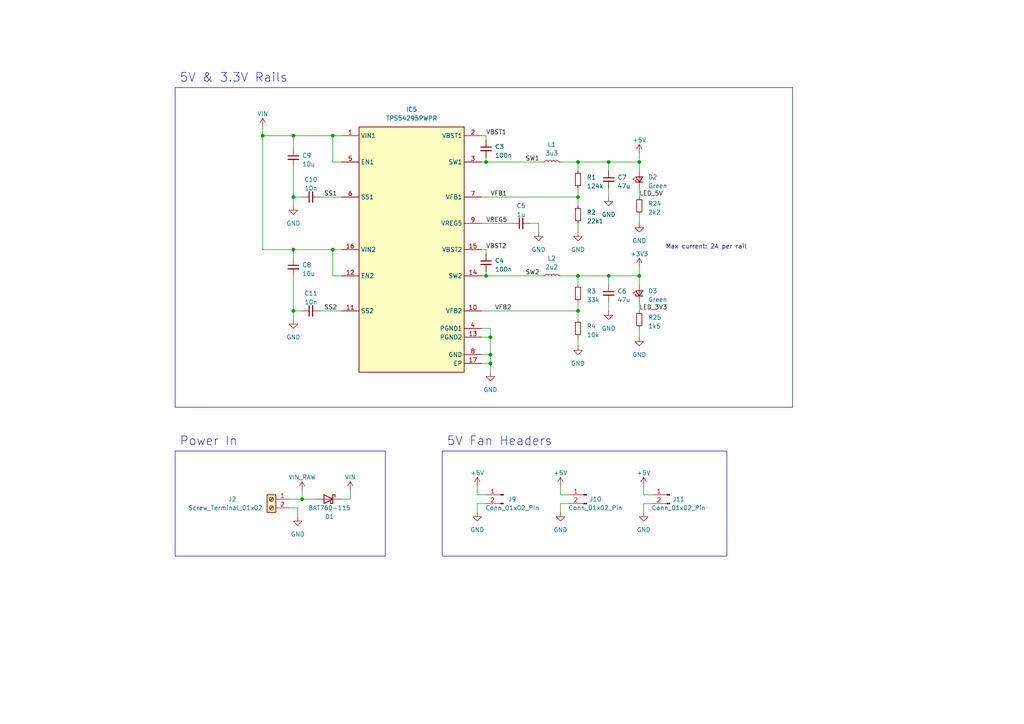
<source format=kicad_sch>
(kicad_sch (version 20230121) (generator eeschema)
  (paper "A4")
  (lib_symbols
    (symbol "Connector:Conn_01x02_Pin" (pin_names (offset 1.016) hide)
      (property "Reference" "J" (at 0 2.54 0))
      (property "Value" "Conn_01x02_Pin" (at 0 -5.08 0))
      (symbol "Conn_01x02_Pin_1_1"
        (polyline (pts (xy 1.27 -2.54) (xy 0.8636 -2.54)) (stroke (width 0.1524)))
        (polyline (pts (xy 1.27 0) (xy 0.8636 0)) (stroke (width 0.1524)))
        (rectangle (start 0.8636 -2.413) (end 0 -2.667) (stroke (width 0.1524)) (fill (type outline)))
        (rectangle (start 0.8636 0.127) (end 0 -0.127) (stroke (width 0.1524)) (fill (type outline)))
        (pin passive line (at 5.08 0 180) (length 3.81) (name "Pin_1") (number "1"))
        (pin passive line (at 5.08 -2.54 180) (length 3.81) (name "Pin_2") (number "2"))
      )
    )
    (symbol "Connector:Screw_Terminal_01x02" (pin_names (offset 1.016) hide)
      (property "Reference" "J" (at 0 2.54 0))
      (property "Value" "Screw_Terminal_01x02" (at 0 -5.08 0))
      (symbol "Screw_Terminal_01x02_1_1"
        (rectangle (start -1.27 1.27) (end 1.27 -3.81) (stroke (width 0.254)) (fill (type background)))
        (circle (center 0 -2.54) (radius 0.635) (stroke (width 0.1524)))
        (polyline (pts (xy -0.5334 -2.2098) (xy 0.3302 -3.048)) (stroke (width 0.1524)))
        (polyline (pts (xy -0.5334 0.3302) (xy 0.3302 -0.508)) (stroke (width 0.1524)))
        (polyline (pts (xy -0.3556 -2.032) (xy 0.508 -2.8702)) (stroke (width 0.1524)))
        (polyline (pts (xy -0.3556 0.508) (xy 0.508 -0.3302)) (stroke (width 0.1524)))
        (circle (center 0 0) (radius 0.635) (stroke (width 0.1524)))
        (pin passive line (at -5.08 0 0) (length 3.81) (name "Pin_1") (number "1"))
        (pin passive line (at -5.08 -2.54 0) (length 3.81) (name "Pin_2") (number "2"))
      )
    )
    (symbol "Device:C_Small" (pin_numbers hide) (pin_names (offset 0.254) hide)
      (property "Reference" "C" (at 0.254 1.778 0))
      (property "Value" "C_Small" (at 0.254 -2.032 0))
      (symbol "C_Small_0_1"
        (polyline (pts (xy -1.524 -0.508) (xy 1.524 -0.508)) (stroke (width 0.3302)))
        (polyline (pts (xy -1.524 0.508) (xy 1.524 0.508)) (stroke (width 0.3048)))
      )
      (symbol "C_Small_1_1"
        (pin passive line (at 0 2.54 270) (length 2.032) (name "~") (number "1"))
        (pin passive line (at 0 -2.54 90) (length 2.032) (name "~") (number "2"))
      )
    )
    (symbol "Device:D_Schottky" (pin_numbers hide) (pin_names (offset 1.016) hide)
      (property "Reference" "D" (at 0 2.54 0))
      (property "Value" "D_Schottky" (at 0 -2.54 0))
      (symbol "D_Schottky_0_1"
        (polyline (pts (xy 1.27 0) (xy -1.27 0)))
        (polyline (pts (xy 1.27 1.27) (xy 1.27 -1.27) (xy -1.27 0) (xy 1.27 1.27)) (stroke (width 0.254)))
        (polyline (pts (xy -1.905 0.635) (xy -1.905 1.27) (xy -1.27 1.27) (xy -1.27 -1.27) (xy -0.635 -1.27) (xy -0.635 -0.635)) (stroke (width 0.254)))
      )
      (symbol "D_Schottky_1_1"
        (pin passive line (at -3.81 0 0) (length 2.54) (name "K") (number "1"))
        (pin passive line (at 3.81 0 180) (length 2.54) (name "A") (number "2"))
      )
    )
    (symbol "Device:LED_Small" (pin_numbers hide) (pin_names (offset 0.254) hide)
      (property "Reference" "D" (at -1.27 3.175 0))
      (property "Value" "LED_Small" (at -4.445 -2.54 0))
      (symbol "LED_Small_0_1"
        (polyline (pts (xy -0.762 -1.016) (xy -0.762 1.016)) (stroke (width 0.254)))
        (polyline (pts (xy 1.016 0) (xy -0.762 0)))
        (polyline (pts (xy 0.762 -1.016) (xy -0.762 0) (xy 0.762 1.016) (xy 0.762 -1.016)) (stroke (width 0.254)))
        (polyline (pts (xy 0 0.762) (xy -0.508 1.27) (xy -0.254 1.27) (xy -0.508 1.27) (xy -0.508 1.016)))
        (polyline (pts (xy 0.508 1.27) (xy 0 1.778) (xy 0.254 1.778) (xy 0 1.778) (xy 0 1.524)))
      )
      (symbol "LED_Small_1_1"
        (pin passive line (at -2.54 0 0) (length 1.778) (name "K") (number "1"))
        (pin passive line (at 2.54 0 180) (length 1.778) (name "A") (number "2"))
      )
    )
    (symbol "Device:L_Small" (pin_numbers hide) (pin_names (offset 0.254) hide)
      (property "Reference" "L" (at 0.762 1.016 0))
      (property "Value" "L_Small" (at 0.762 -1.016 0))
      (symbol "L_Small_0_1"
        (arc (start 0 -2.032) (mid 0.5058 -1.524) (end 0 -1.016))
        (arc (start 0 -1.016) (mid 0.5058 -0.508) (end 0 0))
        (arc (start 0 0) (mid 0.5058 0.508) (end 0 1.016))
        (arc (start 0 1.016) (mid 0.5058 1.524) (end 0 2.032))
      )
      (symbol "L_Small_1_1"
        (pin passive line (at 0 2.54 270) (length 0.508) (name "~") (number "1"))
        (pin passive line (at 0 -2.54 90) (length 0.508) (name "~") (number "2"))
      )
    )
    (symbol "Device:R_Small" (pin_numbers hide) (pin_names (offset 0.254) hide)
      (property "Reference" "R" (at 0.762 0.508 0))
      (property "Value" "R_Small" (at 0.762 -1.016 0))
      (symbol "R_Small_0_1"
        (rectangle (start -0.762 1.778) (end 0.762 -1.778) (stroke (width 0.2032)))
      )
      (symbol "R_Small_1_1"
        (pin passive line (at 0 2.54 270) (length 0.762) (name "~") (number "1"))
        (pin passive line (at 0 -2.54 90) (length 0.762) (name "~") (number "2"))
      )
    )
    (symbol "MSL_Symbols:VIN_RAW" (power) (pin_names (offset 0))
      (property "Value" "VIN_RAW" (at 0 3.81 0))
      (symbol "VIN_RAW_0_1"
        (polyline (pts (xy -0.762 1.27) (xy 0 2.54)))
        (polyline (pts (xy 0 0) (xy 0 2.54)))
        (polyline (pts (xy 0 2.54) (xy 0.762 1.27)))
      )
      (symbol "VIN_RAW_1_1"
        (pin power_in line (at 0 0 90) (length 0) hide (name "VIN_RAW") (number "1"))
      )
    )
    (symbol "Personal Library:VIN" (power) (pin_names (offset 0))
      (property "Value" "VIN" (at 0 3.556 0))
      (symbol "VIN_0_1"
        (polyline (pts (xy -0.762 1.27) (xy 0 2.54)))
        (polyline (pts (xy 0 0) (xy 0 2.54)))
        (polyline (pts (xy 0 2.54) (xy 0.762 1.27)))
      )
      (symbol "VIN_1_1"
        (pin power_in line (at 0 0 90) (length 0) hide (name "VIN") (number "1"))
      )
    )
    (symbol "TPS54295PWPR:TPS54295PWPR"
      (property "Reference" "U" (at 0 26.67 0))
      (property "Value" "TPS54295PWPR" (at 0 24.13 0))
      (symbol "TPS54295PWPR_1_1"
        (rectangle (start -15.24 21.59) (end 15.24 -49.53) (stroke (width 0.254)) (fill (type background)))
        (pin passive line (at -20.32 19.05 0) (length 5.08) (name "VIN1") (number "1"))
        (pin passive line (at 20.32 -31.75 180) (length 5.08) (name "VFB2") (number "10"))
        (pin passive line (at -20.32 -31.75 0) (length 5.08) (name "SS2") (number "11"))
        (pin passive line (at -20.32 -21.59 0) (length 5.08) (name "EN2") (number "12"))
        (pin passive line (at 20.32 -39.37 180) (length 5.08) (name "PGND2") (number "13"))
        (pin passive line (at 20.32 -21.59 180) (length 5.08) (name "SW2") (number "14"))
        (pin passive line (at 20.32 -13.97 180) (length 5.08) (name "VBST2") (number "15"))
        (pin passive line (at -20.32 -13.97 0) (length 5.08) (name "VIN2") (number "16"))
        (pin passive line (at 20.32 -46.99 180) (length 5.08) (name "EP") (number "17"))
        (pin passive line (at 20.32 19.05 180) (length 5.08) (name "VBST1") (number "2"))
        (pin passive line (at 20.32 11.43 180) (length 5.08) (name "SW1") (number "3"))
        (pin passive line (at 20.32 -36.83 180) (length 5.08) (name "PGND1") (number "4"))
        (pin passive line (at -20.32 11.43 0) (length 5.08) (name "EN1") (number "5"))
        (pin passive line (at -20.32 1.27 0) (length 5.08) (name "SS1") (number "6"))
        (pin passive line (at 20.32 1.27 180) (length 5.08) (name "VFB1") (number "7"))
        (pin passive line (at 20.32 -44.45 180) (length 5.08) (name "GND") (number "8"))
        (pin passive line (at 20.32 -6.35 180) (length 5.08) (name "VREG5") (number "9"))
      )
    )
    (symbol "power:+3V3" (power) (pin_names (offset 0))
      (property "Value" "+3V3" (at 0 3.556 0))
      (symbol "+3V3_0_1"
        (polyline (pts (xy -0.762 1.27) (xy 0 2.54)))
        (polyline (pts (xy 0 0) (xy 0 2.54)))
        (polyline (pts (xy 0 2.54) (xy 0.762 1.27)))
      )
      (symbol "+3V3_1_1"
        (pin power_in line (at 0 0 90) (length 0) hide (name "+3V3") (number "1"))
      )
    )
    (symbol "power:+5V" (power) (pin_names (offset 0))
      (property "Value" "+5V" (at 0 3.556 0))
      (symbol "+5V_0_1"
        (polyline (pts (xy -0.762 1.27) (xy 0 2.54)))
        (polyline (pts (xy 0 0) (xy 0 2.54)))
        (polyline (pts (xy 0 2.54) (xy 0.762 1.27)))
      )
      (symbol "+5V_1_1"
        (pin power_in line (at 0 0 90) (length 0) hide (name "+5V") (number "1"))
      )
    )
    (symbol "power:GND" (power) (pin_names (offset 0))
      (property "Value" "GND" (at 0 -3.81 0))
      (symbol "GND_0_1"
        (polyline (pts (xy 0 0) (xy 0 -1.27) (xy 1.27 -1.27) (xy 0 -2.54) (xy -1.27 -1.27) (xy 0 -1.27)))
      )
      (symbol "GND_1_1"
        (pin power_in line (at 0 0 270) (length 0) hide (name "GND") (number "1"))
      )
    )
  )
  (junction (at 96.52 39.37))
  (junction (at 76.2 39.37))
  (junction (at 176.53 46.99))
  (junction (at 185.42 46.99))
  (junction (at 142.24 105.41))
  (junction (at 85.09 57.15))
  (junction (at 96.52 72.39))
  (junction (at 142.24 102.87))
  (junction (at 87.63 144.78))
  (junction (at 167.64 46.99))
  (junction (at 85.09 72.39))
  (junction (at 85.09 39.37))
  (junction (at 167.64 57.15))
  (junction (at 185.42 80.01))
  (junction (at 167.64 80.01))
  (junction (at 176.53 80.01))
  (junction (at 167.64 90.17))
  (junction (at 142.24 97.79))
  (junction (at 140.97 80.01))
  (junction (at 140.97 46.99))
  (junction (at 85.09 90.17))
  (wire (pts (xy 96.52 39.37) (xy 99.06 39.37)))
  (wire (pts (xy 142.24 97.79) (xy 139.7 97.79)))
  (wire (pts (xy 140.97 143.51) (xy 138.43 143.51)))
  (wire (pts (xy 85.09 92.71) (xy 85.09 90.17)))
  (wire (pts (xy 189.23 143.51) (xy 186.69 143.51)))
  (polyline (pts (xy 111.76 161.29) (xy 50.8 161.29)))
  (polyline (pts (xy 50.8 25.4) (xy 50.8 118.11)))
  (wire (pts (xy 186.69 143.51) (xy 186.69 140.97)))
  (wire (pts (xy 185.42 97.79) (xy 185.42 95.25)))
  (wire (pts (xy 140.97 39.37) (xy 139.7 39.37)))
  (wire (pts (xy 162.56 80.01) (xy 167.64 80.01)))
  (wire (pts (xy 142.24 107.95) (xy 142.24 105.41)))
  (wire (pts (xy 142.24 102.87) (xy 139.7 102.87)))
  (wire (pts (xy 142.24 105.41) (xy 139.7 105.41)))
  (wire (pts (xy 85.09 39.37) (xy 96.52 39.37)))
  (wire (pts (xy 85.09 90.17) (xy 85.09 80.01)))
  (wire (pts (xy 87.63 144.78) (xy 91.44 144.78)))
  (wire (pts (xy 85.09 39.37) (xy 85.09 43.18)))
  (wire (pts (xy 185.42 80.01) (xy 185.42 77.47)))
  (wire (pts (xy 153.67 64.77) (xy 156.21 64.77)))
  (wire (pts (xy 83.82 144.78) (xy 87.63 144.78)))
  (wire (pts (xy 140.97 46.99) (xy 157.48 46.99)))
  (wire (pts (xy 185.42 54.61) (xy 185.42 57.15)))
  (polyline (pts (xy 50.8 25.4) (xy 229.87 25.4)))
  (polyline (pts (xy 229.87 118.11) (xy 50.8 118.11)))
  (wire (pts (xy 139.7 46.99) (xy 140.97 46.99)))
  (wire (pts (xy 185.42 80.01) (xy 176.53 80.01)))
  (wire (pts (xy 142.24 97.79) (xy 142.24 102.87)))
  (wire (pts (xy 139.7 57.15) (xy 167.64 57.15)))
  (wire (pts (xy 167.64 80.01) (xy 167.64 82.55)))
  (wire (pts (xy 76.2 36.83) (xy 76.2 39.37)))
  (wire (pts (xy 99.06 80.01) (xy 96.52 80.01)))
  (wire (pts (xy 139.7 90.17) (xy 167.64 90.17)))
  (wire (pts (xy 92.71 90.17) (xy 99.06 90.17)))
  (wire (pts (xy 156.21 67.31) (xy 156.21 64.77)))
  (wire (pts (xy 176.53 57.15) (xy 176.53 54.61)))
  (wire (pts (xy 140.97 72.39) (xy 140.97 73.66)))
  (wire (pts (xy 85.09 57.15) (xy 85.09 48.26)))
  (wire (pts (xy 162.56 46.99) (xy 167.64 46.99)))
  (polyline (pts (xy 50.8 130.81) (xy 50.8 161.29)))
  (wire (pts (xy 185.42 46.99) (xy 176.53 46.99)))
  (wire (pts (xy 85.09 72.39) (xy 96.52 72.39)))
  (wire (pts (xy 139.7 64.77) (xy 148.59 64.77)))
  (wire (pts (xy 96.52 80.01) (xy 96.52 72.39)))
  (wire (pts (xy 85.09 90.17) (xy 87.63 90.17)))
  (wire (pts (xy 167.64 57.15) (xy 167.64 59.69)))
  (wire (pts (xy 86.36 149.86) (xy 86.36 147.32)))
  (wire (pts (xy 101.6 142.24) (xy 101.6 144.78)))
  (wire (pts (xy 140.97 40.64) (xy 140.97 39.37)))
  (wire (pts (xy 167.64 87.63) (xy 167.64 90.17)))
  (wire (pts (xy 76.2 72.39) (xy 85.09 72.39)))
  (wire (pts (xy 86.36 147.32) (xy 83.82 147.32)))
  (wire (pts (xy 87.63 142.24) (xy 87.63 144.78)))
  (wire (pts (xy 138.43 143.51) (xy 138.43 140.97)))
  (polyline (pts (xy 229.87 25.4) (xy 229.87 118.11)))
  (wire (pts (xy 167.64 100.33) (xy 167.64 97.79)))
  (wire (pts (xy 176.53 82.55) (xy 176.53 80.01)))
  (wire (pts (xy 142.24 95.25) (xy 139.7 95.25)))
  (wire (pts (xy 189.23 146.05) (xy 186.69 146.05)))
  (wire (pts (xy 76.2 39.37) (xy 85.09 39.37)))
  (wire (pts (xy 140.97 45.72) (xy 140.97 46.99)))
  (wire (pts (xy 162.56 148.59) (xy 162.56 146.05)))
  (wire (pts (xy 142.24 97.79) (xy 142.24 95.25)))
  (wire (pts (xy 185.42 46.99) (xy 185.42 49.53)))
  (wire (pts (xy 167.64 57.15) (xy 167.64 54.61)))
  (wire (pts (xy 167.64 67.31) (xy 167.64 64.77)))
  (wire (pts (xy 176.53 46.99) (xy 167.64 46.99)))
  (wire (pts (xy 176.53 90.17) (xy 176.53 87.63)))
  (wire (pts (xy 96.52 46.99) (xy 96.52 39.37)))
  (wire (pts (xy 162.56 143.51) (xy 162.56 140.97)))
  (wire (pts (xy 167.64 46.99) (xy 167.64 49.53)))
  (wire (pts (xy 185.42 80.01) (xy 185.42 82.55)))
  (wire (pts (xy 139.7 72.39) (xy 140.97 72.39)))
  (wire (pts (xy 96.52 72.39) (xy 99.06 72.39)))
  (wire (pts (xy 140.97 146.05) (xy 138.43 146.05)))
  (wire (pts (xy 165.1 143.51) (xy 162.56 143.51)))
  (wire (pts (xy 140.97 80.01) (xy 157.48 80.01)))
  (wire (pts (xy 165.1 146.05) (xy 162.56 146.05)))
  (wire (pts (xy 176.53 80.01) (xy 167.64 80.01)))
  (wire (pts (xy 186.69 148.59) (xy 186.69 146.05)))
  (wire (pts (xy 76.2 39.37) (xy 76.2 72.39)))
  (wire (pts (xy 101.6 144.78) (xy 99.06 144.78)))
  (wire (pts (xy 139.7 80.01) (xy 140.97 80.01)))
  (wire (pts (xy 167.64 90.17) (xy 167.64 92.71)))
  (wire (pts (xy 142.24 105.41) (xy 142.24 102.87)))
  (wire (pts (xy 85.09 59.69) (xy 85.09 57.15)))
  (polyline (pts (xy 111.76 130.81) (xy 111.76 161.29)))
  (wire (pts (xy 185.42 64.77) (xy 185.42 62.23)))
  (polyline (pts (xy 50.8 130.81) (xy 111.76 130.81)))
  (wire (pts (xy 85.09 72.39) (xy 85.09 74.93)))
  (wire (pts (xy 140.97 78.74) (xy 140.97 80.01)))
  (wire (pts (xy 176.53 46.99) (xy 176.53 49.53)))
  (wire (pts (xy 99.06 46.99) (xy 96.52 46.99)))
  (wire (pts (xy 185.42 46.99) (xy 185.42 44.45)))
  (wire (pts (xy 138.43 148.59) (xy 138.43 146.05)))
  (wire (pts (xy 85.09 57.15) (xy 87.63 57.15)))
  (wire (pts (xy 92.71 57.15) (xy 99.06 57.15)))
  (wire (pts (xy 185.42 87.63) (xy 185.42 90.17)))
  (rectangle (start 128.27 130.81) (end 210.82 161.29))
  (text "Max current: 2A per rail" (at 193.04 72.39 0) (effects (font (size 1.27 1.27)) (justify left bottom)))
  (text "5V Fan Headers" (at 129.54 129.54 0) (effects (font (size 2.54 2.54)) (justify left bottom)))
  (text "Power In" (at 52.07 129.54 0) (effects (font (size 2.54 2.54)) (justify left bottom)))
  (text "5V & 3.3V Rails" (at 52.07 24.13 0) (effects (font (size 2.54 2.54)) (justify left bottom)))
  (label "LED_5V" (at 185.42 57.15 0))
  (label "VFB2" (at 143.51 90.17 0))
  (label "SS1" (at 93.98 57.15 0))
  (label "VBST2" (at 140.97 72.39 0))
  (label "LED_3V3" (at 185.42 90.17 0))
  (label "SS2" (at 93.98 90.17 0))
  (label "SW1" (at 152.4 46.99 0))
  (label "VBST1" (at 140.97 39.37 0))
  (label "VFB1" (at 142.24 57.15 0))
  (label "VREG5" (at 140.97 64.77 0))
  (label "SW2" (at 152.4 80.01 0))
  (symbol (lib_id "Device:C_Small") (at 176.53 85.09 0) (unit 1)
    (property "Reference" "C6" (at 179.07 84.4613 0) (effects (justify left)))
    (property "Value" "47u" (at 179.07 87.0013 0) (effects (justify left)))
    (property "Footprint" "Capacitor_SMD:C_0805_2012Metric" (effects hide))
    (instances (project "DE10-lite_shield" (path "" (reference "C6") (unit 1)) (path "" (reference "C11") (unit 1))) (project "Motor Driver Board" (path "" (reference "C11") (unit 1))) (project "Power Board" (path "" (reference "C19") (unit 1))))
  )
  (symbol (lib_id "Device:L_Small") (at 160.02 80.01 90) (unit 1)
    (property "Reference" "L2" (at 160.02 74.93 90))
    (property "Value" "2u2" (at 160.02 77.47 90))
    (property "Footprint" "MSL Footprints:29222C" (effects hide))
  )
  (symbol (lib_id "Personal Library:VIN") (at 101.6 142.24 0) (unit 1)
    (property "Reference" "#PWR077" (effects hide))
    (property "Value" "VIN" (at 101.6 138.43 0))
  )
  (symbol (lib_id "power:+5V") (at 162.56 140.97 0) (mirror y) (unit 1)
    (property "Reference" "#PWR026" (effects hide))
    (property "Value" "+5V" (at 162.56 137.16 0))
    (instances (project "DE10-lite_shield" (path "" (reference "#PWR026") (unit 1)) (path "" (reference "#PWR033") (unit 1))) (project "Motor Driver Board" (path "" (reference "#PWR098") (unit 1))) (project "Power Board" (path "" (reference "#PWR034") (unit 1))))
  )
  (symbol (lib_id "Device:LED_Small") (at 185.42 52.07 90) (unit 1)
    (property "Reference" "D2" (at 187.96 51.3715 90) (effects (justify right)))
    (property "Value" "Green" (at 187.96 53.9115 90) (effects (justify right)))
    (property "Footprint" "LED_SMD:LED_0603_1608Metric" (effects hide))
    (instances (project "DE10-lite_shield" (path "" (reference "D2") (unit 1)) (path "" (reference "D2") (unit 1))) (project "Motor Driver Board" (path "" (reference "D2") (unit 1))) (project "Power Board" (path "" (reference "D1") (unit 1))))
  )
  (symbol (lib_id "power:GND") (at 185.42 64.77 0) (unit 1)
    (property "Reference" "#PWR070" (effects hide))
    (property "Value" "GND" (at 185.42 69.85 0))
    (instances (project "DE10-lite_shield" (path "" (reference "#PWR070") (unit 1)) (path "" (reference "#PWR034") (unit 1))) (project "Motor Driver Board" (path "" (reference "#PWR043") (unit 1))) (project "Power Board" (path "" (reference "#PWR035") (unit 1))))
  )
  (symbol (lib_id "power:GND") (at 85.09 59.69 0) (unit 1)
    (property "Reference" "#PWR033" (effects hide))
    (property "Value" "GND" (at 85.09 64.77 0))
    (instances (project "DE10-lite_shield" (path "" (reference "#PWR033") (unit 1)) (path "" (reference "#PWR025") (unit 1))) (project "Motor Driver Board" (path "" (reference "#PWR034") (unit 1))) (project "Power Board" (path "" (reference "#PWR021") (unit 1))))
  )
  (symbol (lib_id "power:GND") (at 185.42 97.79 0) (unit 1)
    (property "Reference" "#PWR072" (effects hide))
    (property "Value" "GND" (at 185.42 102.87 0))
    (instances (project "DE10-lite_shield" (path "" (reference "#PWR072") (unit 1)) (path "" (reference "#PWR072") (unit 1))) (project "Motor Driver Board" (path "" (reference "#PWR045") (unit 1))) (project "Power Board" (path "" (reference "#PWR037") (unit 1))))
  )
  (symbol (lib_id "power:GND") (at 167.64 67.31 0) (unit 1)
    (property "Reference" "#PWR029" (effects hide))
    (property "Value" "GND" (at 167.64 72.39 0))
    (instances (project "DE10-lite_shield" (path "" (reference "#PWR029") (unit 1)) (path "" (reference "#PWR029") (unit 1))) (project "Motor Driver Board" (path "" (reference "#PWR038") (unit 1))) (project "Power Board" (path "" (reference "#PWR029") (unit 1))))
  )
  (symbol (lib_id "power:+3V3") (at 185.42 77.47 0) (unit 1)
    (property "Reference" "#PWR027" (effects hide))
    (property "Value" "+3V3" (at 185.42 73.66 0))
    (instances (project "DE10-lite_shield" (path "" (reference "#PWR027") (unit 1)) (path "" (reference "#PWR070") (unit 1))) (project "Motor Driver Board" (path "" (reference "#PWR044") (unit 1))) (project "Power Board" (path "" (reference "#PWR036") (unit 1))))
  )
  (symbol (lib_id "power:GND") (at 162.56 148.59 0) (mirror y) (unit 1)
    (property "Reference" "#PWR072" (effects hide))
    (property "Value" "GND" (at 162.56 153.67 0))
    (instances (project "DE10-lite_shield" (path "" (reference "#PWR072") (unit 1)) (path "" (reference "#PWR072") (unit 1))) (project "Motor Driver Board" (path "" (reference "#PWR099") (unit 1))) (project "Power Board" (path "" (reference "#PWR037") (unit 1))))
  )
  (symbol (lib_id "Connector:Conn_01x02_Pin") (at 194.31 143.51 0) (mirror y) (unit 1)
    (property "Reference" "J11" (at 196.85 144.78 0))
    (property "Value" "Conn_01x02_Pin" (at 196.85 147.32 0))
    (property "Footprint" "Connector_PinHeader_2.54mm:PinHeader_1x02_P2.54mm_Vertical" (effects hide))
  )
  (symbol (lib_id "Personal Library:VIN") (at 76.2 36.83 0) (unit 1)
    (property "Reference" "#PWR033" (effects hide))
    (property "Value" "VIN" (at 76.2 33.02 0))
  )
  (symbol (lib_id "Device:L_Small") (at 160.02 46.99 90) (unit 1)
    (property "Reference" "L1" (at 160.02 41.91 90))
    (property "Value" "3u3" (at 160.02 44.45 90))
    (property "Footprint" "MSL Footprints:29332C" (effects hide))
  )
  (symbol (lib_id "Device:D_Schottky") (at 95.25 144.78 0) (mirror y) (unit 1)
    (property "Reference" "D1" (at 95.5675 149.86 0))
    (property "Value" "BAT760-115" (at 95.5675 147.32 0))
    (property "Footprint" "Diode_SMD:D_SOD-323" (effects hide))
    (instances (project "DE10-lite_shield" (path "" (reference "D1") (unit 1)) (path "" (reference "D1") (unit 1)) (path "" (reference "D1") (unit 1)) (path "" (reference "D6") (unit 1))) (project "Motor Driver Board" (path "" (reference "D1") (unit 1)) (path "" (reference "D4") (unit 1))) (project "Power Board" (path "" (reference "D3") (unit 1))))
  )
  (symbol (lib_id "power:GND") (at 142.24 107.95 0) (unit 1)
    (property "Reference" "#PWR010" (effects hide))
    (property "Value" "GND" (at 142.24 113.03 0))
    (instances (project "DE10-lite_shield" (path "" (reference "#PWR010") (unit 1)) (path "" (reference "#PWR027") (unit 1))) (project "Motor Driver Board" (path "" (reference "#PWR036") (unit 1))) (project "Power Board" (path "" (reference "#PWR026") (unit 1))))
  )
  (symbol (lib_id "Device:C_Small") (at 85.09 45.72 0) (unit 1)
    (property "Reference" "C9" (at 87.63 45.0913 0) (effects (justify left)))
    (property "Value" "10u" (at 87.63 47.6313 0) (effects (justify left)))
    (property "Footprint" "Capacitor_SMD:C_0603_1608Metric" (effects hide))
    (instances (project "DE10-lite_shield" (path "" (reference "C9") (unit 1)) (path "" (reference "C3") (unit 1))) (project "Motor Driver Board" (path "" (reference "C3") (unit 1))) (project "Power Board" (path "" (reference "C6") (unit 1))))
  )
  (symbol (lib_id "Device:R_Small") (at 185.42 92.71 0) (unit 1)
    (property "Reference" "R25" (at 187.96 92.075 0) (effects (justify left)))
    (property "Value" "1k5" (at 187.96 94.615 0) (effects (justify left)))
    (property "Footprint" "Resistor_SMD:R_0402_1005Metric" (effects hide))
    (instances (project "DE10-lite_shield" (path "" (reference "R25") (unit 1)) (path "" (reference "R25") (unit 1))) (project "Motor Driver Board" (path "" (reference "R16") (unit 1))) (project "Power Board" (path "" (reference "R20") (unit 1))))
  )
  (symbol (lib_id "power:GND") (at 176.53 90.17 0) (unit 1)
    (property "Reference" "#PWR032" (effects hide))
    (property "Value" "GND" (at 176.53 95.25 0))
    (instances (project "DE10-lite_shield" (path "" (reference "#PWR032") (unit 1)) (path "" (reference "#PWR032") (unit 1))) (project "Motor Driver Board" (path "" (reference "#PWR041") (unit 1))) (project "Power Board" (path "" (reference "#PWR032") (unit 1))))
  )
  (symbol (lib_id "power:+5V") (at 186.69 140.97 0) (mirror y) (unit 1)
    (property "Reference" "#PWR026" (effects hide))
    (property "Value" "+5V" (at 186.69 137.16 0))
    (instances (project "DE10-lite_shield" (path "" (reference "#PWR026") (unit 1)) (path "" (reference "#PWR033") (unit 1))) (project "Motor Driver Board" (path "" (reference "#PWR0100") (unit 1))) (project "Power Board" (path "" (reference "#PWR034") (unit 1))))
  )
  (symbol (lib_id "Device:C_Small") (at 176.53 52.07 0) (unit 1)
    (property "Reference" "C7" (at 179.07 51.4413 0) (effects (justify left)))
    (property "Value" "47u" (at 179.07 53.9813 0) (effects (justify left)))
    (property "Footprint" "Capacitor_SMD:C_0805_2012Metric" (effects hide))
    (instances (project "DE10-lite_shield" (path "" (reference "C7") (unit 1)) (path "" (reference "C10") (unit 1))) (project "Motor Driver Board" (path "" (reference "C10") (unit 1))) (project "Power Board" (path "" (reference "C18") (unit 1))))
  )
  (symbol (lib_id "power:+5V") (at 185.42 44.45 0) (unit 1)
    (property "Reference" "#PWR026" (effects hide))
    (property "Value" "+5V" (at 185.42 40.64 0))
    (instances (project "DE10-lite_shield" (path "" (reference "#PWR026") (unit 1)) (path "" (reference "#PWR033") (unit 1))) (project "Motor Driver Board" (path "" (reference "#PWR042") (unit 1))) (project "Power Board" (path "" (reference "#PWR034") (unit 1))))
  )
  (symbol (lib_id "Connector:Conn_01x02_Pin") (at 170.18 143.51 0) (mirror y) (unit 1)
    (property "Reference" "J10" (at 172.72 144.78 0))
    (property "Value" "Conn_01x02_Pin" (at 172.72 147.32 0))
    (property "Footprint" "Connector_PinHeader_2.54mm:PinHeader_1x02_P2.54mm_Vertical" (effects hide))
  )
  (symbol (lib_id "Device:C_Small") (at 140.97 76.2 0) (unit 1)
    (property "Reference" "C4" (at 143.51 75.5713 0) (effects (justify left)))
    (property "Value" "100n" (at 143.51 78.1113 0) (effects (justify left)))
    (property "Footprint" "Capacitor_SMD:C_0402_1005Metric" (effects hide))
    (instances (project "DE10-lite_shield" (path "" (reference "C4") (unit 1)) (path "" (reference "C8") (unit 1))) (project "Motor Driver Board" (path "" (reference "C8") (unit 1))) (project "Power Board" (path "" (reference "C14") (unit 1))))
  )
  (symbol (lib_id "power:GND") (at 186.69 148.59 0) (mirror y) (unit 1)
    (property "Reference" "#PWR072" (effects hide))
    (property "Value" "GND" (at 186.69 153.67 0))
    (instances (project "DE10-lite_shield" (path "" (reference "#PWR072") (unit 1)) (path "" (reference "#PWR072") (unit 1))) (project "Motor Driver Board" (path "" (reference "#PWR0101") (unit 1))) (project "Power Board" (path "" (reference "#PWR037") (unit 1))))
  )
  (symbol (lib_id "Device:R_Small") (at 167.64 52.07 0) (unit 1)
    (property "Reference" "R1" (at 170.18 51.435 0) (effects (justify left)))
    (property "Value" "124k" (at 170.18 53.975 0) (effects (justify left)))
    (property "Footprint" "Resistor_SMD:R_0402_1005Metric" (effects hide))
    (instances (project "DE10-lite_shield" (path "" (reference "R1") (unit 1)) (path "" (reference "R1") (unit 1))) (project "Motor Driver Board" (path "" (reference "R11") (unit 1))) (project "Power Board" (path "" (reference "R15") (unit 1))))
  )
  (symbol (lib_id "MSL_Symbols:VIN_RAW") (at 87.63 142.24 0) (unit 1)
    (property "Reference" "#PWR078" (effects hide))
    (property "Value" "VIN_RAW" (at 87.63 138.43 0))
  )
  (symbol (lib_id "power:GND") (at 176.53 57.15 0) (unit 1)
    (property "Reference" "#PWR031" (effects hide))
    (property "Value" "GND" (at 176.53 62.23 0))
    (instances (project "DE10-lite_shield" (path "" (reference "#PWR031") (unit 1)) (path "" (reference "#PWR031") (unit 1))) (project "Motor Driver Board" (path "" (reference "#PWR040") (unit 1))) (project "Power Board" (path "" (reference "#PWR031") (unit 1))))
  )
  (symbol (lib_id "Device:C_Small") (at 90.17 57.15 90) (unit 1)
    (property "Reference" "C10" (at 90.1763 52.07 90))
    (property "Value" "10n" (at 90.1763 54.61 90))
    (property "Footprint" "Capacitor_SMD:C_0402_1005Metric" (effects hide))
    (instances (project "DE10-lite_shield" (path "" (reference "C10") (unit 1)) (path "" (reference "C5") (unit 1))) (project "Motor Driver Board" (path "" (reference "C5") (unit 1))) (project "Power Board" (path "" (reference "C8") (unit 1))))
  )
  (symbol (lib_id "Device:LED_Small") (at 185.42 85.09 90) (unit 1)
    (property "Reference" "D3" (at 187.96 84.3915 90) (effects (justify right)))
    (property "Value" "Green" (at 187.96 86.9315 90) (effects (justify right)))
    (property "Footprint" "LED_SMD:LED_0603_1608Metric" (effects hide))
    (instances (project "DE10-lite_shield" (path "" (reference "D3") (unit 1)) (path "" (reference "D3") (unit 1))) (project "Motor Driver Board" (path "" (reference "D3") (unit 1))) (project "Power Board" (path "" (reference "D2") (unit 1))))
  )
  (symbol (lib_id "power:GND") (at 167.64 100.33 0) (unit 1)
    (property "Reference" "#PWR030" (effects hide))
    (property "Value" "GND" (at 167.64 105.41 0))
    (instances (project "DE10-lite_shield" (path "" (reference "#PWR030") (unit 1)) (path "" (reference "#PWR030") (unit 1))) (project "Motor Driver Board" (path "" (reference "#PWR039") (unit 1))) (project "Power Board" (path "" (reference "#PWR030") (unit 1))))
  )
  (symbol (lib_id "Device:R_Small") (at 167.64 85.09 0) (unit 1)
    (property "Reference" "R3" (at 170.18 84.455 0) (effects (justify left)))
    (property "Value" "33k" (at 170.18 86.995 0) (effects (justify left)))
    (property "Footprint" "Resistor_SMD:R_0402_1005Metric" (effects hide))
    (instances (project "DE10-lite_shield" (path "" (reference "R3") (unit 1)) (path "" (reference "R3") (unit 1))) (project "Motor Driver Board" (path "" (reference "R13") (unit 1))) (project "Power Board" (path "" (reference "R17") (unit 1))))
  )
  (symbol (lib_id "Device:R_Small") (at 167.64 95.25 0) (unit 1)
    (property "Reference" "R4" (at 170.18 94.615 0) (effects (justify left)))
    (property "Value" "10k" (at 170.18 97.155 0) (effects (justify left)))
    (property "Footprint" "Resistor_SMD:R_0402_1005Metric" (effects hide))
    (instances (project "DE10-lite_shield" (path "" (reference "R4") (unit 1)) (path "" (reference "R4") (unit 1))) (project "Motor Driver Board" (path "" (reference "R14") (unit 1))) (project "Power Board" (path "" (reference "R18") (unit 1))))
  )
  (symbol (lib_id "Device:C_Small") (at 140.97 43.18 0) (unit 1)
    (property "Reference" "C3" (at 143.51 42.5513 0) (effects (justify left)))
    (property "Value" "100n" (at 143.51 45.0913 0) (effects (justify left)))
    (property "Footprint" "Capacitor_SMD:C_0402_1005Metric" (effects hide))
    (instances (project "DE10-lite_shield" (path "" (reference "C3") (unit 1)) (path "" (reference "C7") (unit 1))) (project "Motor Driver Board" (path "" (reference "C7") (unit 1))) (project "Power Board" (path "" (reference "C13") (unit 1))))
  )
  (symbol (lib_id "Device:C_Small") (at 85.09 77.47 0) (unit 1)
    (property "Reference" "C8" (at 87.63 76.8413 0) (effects (justify left)))
    (property "Value" "10u" (at 87.63 79.3813 0) (effects (justify left)))
    (property "Footprint" "Capacitor_SMD:C_0603_1608Metric" (effects hide))
    (instances (project "DE10-lite_shield" (path "" (reference "C8") (unit 1)) (path "" (reference "C4") (unit 1))) (project "Motor Driver Board" (path "" (reference "C4") (unit 1))) (project "Power Board" (path "" (reference "C7") (unit 1))))
  )
  (symbol (lib_id "Connector:Screw_Terminal_01x02") (at 78.74 144.78 0) (mirror y) (unit 1)
    (property "Reference" "J2" (at 68.58 144.78 0) (effects (justify left)))
    (property "Value" "Screw_Terminal_01x02" (at 76.2 147.32 0) (effects (justify left)))
    (property "Footprint" "TerminalBlock:TerminalBlock_bornier-2_P5.08mm" (effects hide))
    (instances (project "Motor Driver Board" (path "" (reference "J2") (unit 1)) (path "" (reference "J8") (unit 1))) (project "Power Board" (path "" (reference "J5") (unit 1))))
  )
  (symbol (lib_id "Device:R_Small") (at 185.42 59.69 0) (unit 1)
    (property "Reference" "R24" (at 187.96 59.055 0) (effects (justify left)))
    (property "Value" "2k2" (at 187.96 61.595 0) (effects (justify left)))
    (property "Footprint" "Resistor_SMD:R_0402_1005Metric" (effects hide))
    (instances (project "DE10-lite_shield" (path "" (reference "R24") (unit 1)) (path "" (reference "R24") (unit 1))) (project "Motor Driver Board" (path "" (reference "R15") (unit 1))) (project "Power Board" (path "" (reference "R19") (unit 1))))
  )
  (symbol (lib_id "Device:C_Small") (at 90.17 90.17 90) (unit 1)
    (property "Reference" "C11" (at 90.1763 85.09 90))
    (property "Value" "10n" (at 90.1763 87.63 90))
    (property "Footprint" "Capacitor_SMD:C_0402_1005Metric" (effects hide))
    (instances (project "DE10-lite_shield" (path "" (reference "C11") (unit 1)) (path "" (reference "C6") (unit 1))) (project "Motor Driver Board" (path "" (reference "C6") (unit 1))) (project "Power Board" (path "" (reference "C9") (unit 1))))
  )
  (symbol (lib_id "Connector:Conn_01x02_Pin") (at 146.05 143.51 0) (mirror y) (unit 1)
    (property "Reference" "J9" (at 148.59 144.78 0))
    (property "Value" "Conn_01x02_Pin" (at 148.59 147.32 0))
    (property "Footprint" "Connector_PinHeader_2.54mm:PinHeader_1x02_P2.54mm_Vertical" (effects hide))
  )
  (symbol (lib_id "power:+5V") (at 138.43 140.97 0) (mirror y) (unit 1)
    (property "Reference" "#PWR026" (effects hide))
    (property "Value" "+5V" (at 138.43 137.16 0))
    (instances (project "DE10-lite_shield" (path "" (reference "#PWR026") (unit 1)) (path "" (reference "#PWR033") (unit 1))) (project "Motor Driver Board" (path "" (reference "#PWR096") (unit 1))) (project "Power Board" (path "" (reference "#PWR034") (unit 1))))
  )
  (symbol (lib_id "power:GND") (at 138.43 148.59 0) (mirror y) (unit 1)
    (property "Reference" "#PWR072" (effects hide))
    (property "Value" "GND" (at 138.43 153.67 0))
    (instances (project "DE10-lite_shield" (path "" (reference "#PWR072") (unit 1)) (path "" (reference "#PWR072") (unit 1))) (project "Motor Driver Board" (path "" (reference "#PWR097") (unit 1))) (project "Power Board" (path "" (reference "#PWR037") (unit 1))))
  )
  (symbol (lib_id "power:GND") (at 156.21 67.31 0) (unit 1)
    (property "Reference" "#PWR028" (effects hide))
    (property "Value" "GND" (at 156.21 72.39 0))
    (instances (project "DE10-lite_shield" (path "" (reference "#PWR028") (unit 1)) (path "" (reference "#PWR028") (unit 1))) (project "Motor Driver Board" (path "" (reference "#PWR037") (unit 1))) (project "Power Board" (path "" (reference "#PWR027") (unit 1))))
  )
  (symbol (lib_id "power:GND") (at 85.09 92.71 0) (unit 1)
    (property "Reference" "#PWR034" (effects hide))
    (property "Value" "GND" (at 85.09 97.79 0))
    (instances (project "DE10-lite_shield" (path "" (reference "#PWR034") (unit 1)) (path "" (reference "#PWR026") (unit 1))) (project "Motor Driver Board" (path "" (reference "#PWR035") (unit 1))) (project "Power Board" (path "" (reference "#PWR022") (unit 1))))
  )
  (symbol (lib_id "Device:C_Small") (at 151.13 64.77 90) (unit 1)
    (property "Reference" "C5" (at 151.1363 59.69 90))
    (property "Value" "1u" (at 151.1363 62.23 90))
    (property "Footprint" "Capacitor_SMD:C_0402_1005Metric" (effects hide))
    (instances (project "DE10-lite_shield" (path "" (reference "C5") (unit 1)) (path "" (reference "C9") (unit 1))) (project "Motor Driver Board" (path "" (reference "C9") (unit 1))) (project "Power Board" (path "" (reference "C15") (unit 1))))
  )
  (symbol (lib_id "Device:R_Small") (at 167.64 62.23 0) (unit 1)
    (property "Reference" "R2" (at 170.18 61.595 0) (effects (justify left)))
    (property "Value" "22k1" (at 170.18 64.135 0) (effects (justify left)))
    (property "Footprint" "Resistor_SMD:R_0402_1005Metric" (effects hide))
    (instances (project "DE10-lite_shield" (path "" (reference "R2") (unit 1)) (path "" (reference "R2") (unit 1))) (project "Motor Driver Board" (path "" (reference "R12") (unit 1))) (project "Power Board" (path "" (reference "R16") (unit 1))))
  )
  (symbol (lib_id "TPS54295PWPR:TPS54295PWPR") (at 119.38 58.42 0) (unit 1)
    (property "Reference" "IC5" (at 119.38 31.75 0))
    (property "Value" "TPS54295PWPR" (at 119.38 34.29 0))
    (property "Footprint" "SOP65P640X120-17N" (effects hide))
    (property "Datasheet" "http://www.ti.com/lit/gpn/tps54295" (effects hide))
    (property "Height" "1.2" (effects hide))
    (property "Manufacturer_Name" "Texas Instruments" (effects hide))
    (property "Manufacturer_Part_Number" "TPS54295PWPR" (effects hide))
    (property "Mouser Part Number" "595-TPS54295PWPR" (effects hide))
    (property "Mouser Price/Stock" "https://www.mouser.co.uk/ProductDetail/Texas-Instruments/TPS54295PWPR?qs=bhx7MkwkKU%252BVRYWsK0yywg%3D%3D" (effects hide))
    (property "Arrow Part Number" "TPS54295PWPR" (effects hide))
    (property "Arrow Price/Stock" "https://www.arrow.com/en/products/tps54295pwpr/texas-instruments" (effects hide))
    (instances (project "Motor Driver Board" (path "" (reference "IC5") (unit 1))) (project "Power Board" (path "" (reference "IC4") (unit 1))))
  )
  (symbol (lib_id "power:GND") (at 86.36 149.86 0) (unit 1)
    (property "Reference" "#PWR079" (effects hide))
    (property "Value" "GND" (at 86.36 154.94 0))
  )
)
</source>
